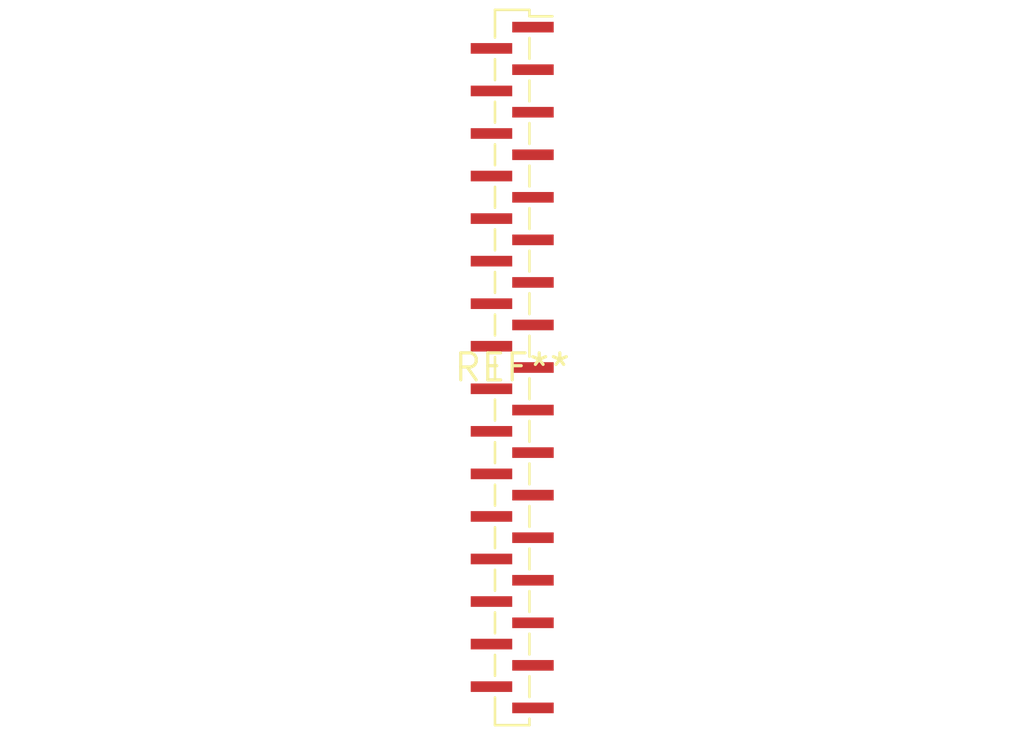
<source format=kicad_pcb>
(kicad_pcb (version 20240108) (generator pcbnew)
  (layers (0 "F.Cu" signal) (31 "B.Cu" signal) (34 "B.Paste" user) (35 "F.Paste" user) (36 "B.SilkS" user "B.Silkscreen") (37 "F.SilkS" user "F.Silkscreen") (38 "B.Mask" user) (39 "F.Mask" user) (44 "Edge.Cuts" user))
  (net 0 "")
  (footprint "PinSocket_1x33_P1.00mm_Vertical_SMD_Pin1Right" (layer "F.Cu") (at 0 0)
    (property "Reference" "REF**")
    (property "Value" "PinSocket_1x33_P1.00mm_Vertical_SMD_Pin1Right")
    (fp_line (start -0.81 -16.81) (end -0.81 -15.51) (layer "F.SilkS") (stroke (width 0.12)))
    (fp_line (start -0.81 -16.81) (end 0.81 -16.81) (layer "F.SilkS") (stroke (width 0.12)))
    (fp_line (start -0.81 -14.49) (end -0.81 -13.51) (layer "F.SilkS") (stroke (width 0.12)))
    (fp_line (start -0.81 -12.49) (end -0.81 -11.51) (layer "F.SilkS") (stroke (width 0.12)))
    (fp_line (start -0.81 -10.49) (end -0.81 -9.51) (layer "F.SilkS") (stroke (width 0.12)))
    (fp_line (start -0.81 -8.49) (end -0.81 -7.51) (layer "F.SilkS") (stroke (width 0.12)))
    (fp_line (start -0.81 -6.49) (end -0.81 -5.51) (layer "F.SilkS") (stroke (width 0.12)))
    (fp_line (start -0.81 -4.49) (end -0.81 -3.51) (layer "F.SilkS") (stroke (width 0.12)))
    (fp_line (start -0.81 -2.49) (end -0.81 -1.51) (layer "F.SilkS") (stroke (width 0.12)))
    (fp_line (start -0.81 -0.49) (end -0.81 0.49) (layer "F.SilkS") (stroke (width 0.12)))
    (fp_line (start -0.81 1.51) (end -0.81 2.49) (layer "F.SilkS") (stroke (width 0.12)))
    (fp_line (start -0.81 3.51) (end -0.81 4.49) (layer "F.SilkS") (stroke (width 0.12)))
    (fp_line (start -0.81 5.51) (end -0.81 6.49) (layer "F.SilkS") (stroke (width 0.12)))
    (fp_line (start -0.81 7.51) (end -0.81 8.49) (layer "F.SilkS") (stroke (width 0.12)))
    (fp_line (start -0.81 9.51) (end -0.81 10.49) (layer "F.SilkS") (stroke (width 0.12)))
    (fp_line (start -0.81 11.51) (end -0.81 12.49) (layer "F.SilkS") (stroke (width 0.12)))
    (fp_line (start -0.81 13.51) (end -0.81 14.49) (layer "F.SilkS") (stroke (width 0.12)))
    (fp_line (start -0.81 15.51) (end -0.81 16.81) (layer "F.SilkS") (stroke (width 0.12)))
    (fp_line (start -0.81 16.81) (end 0.81 16.81) (layer "F.SilkS") (stroke (width 0.12)))
    (fp_line (start 0.81 -16.81) (end 0.81 -16.51) (layer "F.SilkS") (stroke (width 0.12)))
    (fp_line (start 0.81 -16.51) (end 1.89 -16.51) (layer "F.SilkS") (stroke (width 0.12)))
    (fp_line (start 0.81 -15.49) (end 0.81 -14.51) (layer "F.SilkS") (stroke (width 0.12)))
    (fp_line (start 0.81 -13.49) (end 0.81 -12.51) (layer "F.SilkS") (stroke (width 0.12)))
    (fp_line (start 0.81 -11.49) (end 0.81 -10.51) (layer "F.SilkS") (stroke (width 0.12)))
    (fp_line (start 0.81 -9.49) (end 0.81 -8.51) (layer "F.SilkS") (stroke (width 0.12)))
    (fp_line (start 0.81 -7.49) (end 0.81 -6.51) (layer "F.SilkS") (stroke (width 0.12)))
    (fp_line (start 0.81 -5.49) (end 0.81 -4.51) (layer "F.SilkS") (stroke (width 0.12)))
    (fp_line (start 0.81 -3.49) (end 0.81 -2.51) (layer "F.SilkS") (stroke (width 0.12)))
    (fp_line (start 0.81 -1.49) (end 0.81 -0.51) (layer "F.SilkS") (stroke (width 0.12)))
    (fp_line (start 0.81 0.51) (end 0.81 1.49) (layer "F.SilkS") (stroke (width 0.12)))
    (fp_line (start 0.81 2.51) (end 0.81 3.49) (layer "F.SilkS") (stroke (width 0.12)))
    (fp_line (start 0.81 4.51) (end 0.81 5.49) (layer "F.SilkS") (stroke (width 0.12)))
    (fp_line (start 0.81 6.51) (end 0.81 7.49) (layer "F.SilkS") (stroke (width 0.12)))
    (fp_line (start 0.81 8.51) (end 0.81 9.49) (layer "F.SilkS") (stroke (width 0.12)))
    (fp_line (start 0.81 10.51) (end 0.81 11.49) (layer "F.SilkS") (stroke (width 0.12)))
    (fp_line (start 0.81 12.51) (end 0.81 13.49) (layer "F.SilkS") (stroke (width 0.12)))
    (fp_line (start 0.81 14.51) (end 0.81 15.49) (layer "F.SilkS") (stroke (width 0.12)))
    (fp_line (start 0.81 16.51) (end 0.81 16.81) (layer "F.SilkS") (stroke (width 0.12)))
    (pad "1" smd rect (at 0.975 -16) (size 1.95 0.5) (layers "F.Cu" "F.Paste" "F.Mask"))
    (pad "2" smd rect (at -0.975 -15) (size 1.95 0.5) (layers "F.Cu" "F.Paste" "F.Mask"))
    (pad "3" smd rect (at 0.975 -14) (size 1.95 0.5) (layers "F.Cu" "F.Paste" "F.Mask"))
    (pad "4" smd rect (at -0.975 -13) (size 1.95 0.5) (layers "F.Cu" "F.Paste" "F.Mask"))
    (pad "5" smd rect (at 0.975 -12) (size 1.95 0.5) (layers "F.Cu" "F.Paste" "F.Mask"))
    (pad "6" smd rect (at -0.975 -11) (size 1.95 0.5) (layers "F.Cu" "F.Paste" "F.Mask"))
    (pad "7" smd rect (at 0.975 -10) (size 1.95 0.5) (layers "F.Cu" "F.Paste" "F.Mask"))
    (pad "8" smd rect (at -0.975 -9) (size 1.95 0.5) (layers "F.Cu" "F.Paste" "F.Mask"))
    (pad "9" smd rect (at 0.975 -8) (size 1.95 0.5) (layers "F.Cu" "F.Paste" "F.Mask"))
    (pad "10" smd rect (at -0.975 -7) (size 1.95 0.5) (layers "F.Cu" "F.Paste" "F.Mask"))
    (pad "11" smd rect (at 0.975 -6) (size 1.95 0.5) (layers "F.Cu" "F.Paste" "F.Mask"))
    (pad "12" smd rect (at -0.975 -5) (size 1.95 0.5) (layers "F.Cu" "F.Paste" "F.Mask"))
    (pad "13" smd rect (at 0.975 -4) (size 1.95 0.5) (layers "F.Cu" "F.Paste" "F.Mask"))
    (pad "14" smd rect (at -0.975 -3) (size 1.95 0.5) (layers "F.Cu" "F.Paste" "F.Mask"))
    (pad "15" smd rect (at 0.975 -2) (size 1.95 0.5) (layers "F.Cu" "F.Paste" "F.Mask"))
    (pad "16" smd rect (at -0.975 -1) (size 1.95 0.5) (layers "F.Cu" "F.Paste" "F.Mask"))
    (pad "17" smd rect (at 0.975 0) (size 1.95 0.5) (layers "F.Cu" "F.Paste" "F.Mask"))
    (pad "18" smd rect (at -0.975 1) (size 1.95 0.5) (layers "F.Cu" "F.Paste" "F.Mask"))
    (pad "19" smd rect (at 0.975 2) (size 1.95 0.5) (layers "F.Cu" "F.Paste" "F.Mask"))
    (pad "20" smd rect (at -0.975 3) (size 1.95 0.5) (layers "F.Cu" "F.Paste" "F.Mask"))
    (pad "21" smd rect (at 0.975 4) (size 1.95 0.5) (layers "F.Cu" "F.Paste" "F.Mask"))
    (pad "22" smd rect (at -0.975 5) (size 1.95 0.5) (layers "F.Cu" "F.Paste" "F.Mask"))
    (pad "23" smd rect (at 0.975 6) (size 1.95 0.5) (layers "F.Cu" "F.Paste" "F.Mask"))
    (pad "24" smd rect (at -0.975 7) (size 1.95 0.5) (layers "F.Cu" "F.Paste" "F.Mask"))
    (pad "25" smd rect (at 0.975 8) (size 1.95 0.5) (layers "F.Cu" "F.Paste" "F.Mask"))
    (pad "26" smd rect (at -0.975 9) (size 1.95 0.5) (layers "F.Cu" "F.Paste" "F.Mask"))
    (pad "27" smd rect (at 0.975 10) (size 1.95 0.5) (layers "F.Cu" "F.Paste" "F.Mask"))
    (pad "28" smd rect (at -0.975 11) (size 1.95 0.5) (layers "F.Cu" "F.Paste" "F.Mask"))
    (pad "29" smd rect (at 0.975 12) (size 1.95 0.5) (layers "F.Cu" "F.Paste" "F.Mask"))
    (pad "30" smd rect (at -0.975 13) (size 1.95 0.5) (layers "F.Cu" "F.Paste" "F.Mask"))
    (pad "31" smd rect (at 0.975 14) (size 1.95 0.5) (layers "F.Cu" "F.Paste" "F.Mask"))
    (pad "32" smd rect (at -0.975 15) (size 1.95 0.5) (layers "F.Cu" "F.Paste" "F.Mask"))
    (pad "33" smd rect (at 0.975 16) (size 1.95 0.5) (layers "F.Cu" "F.Paste" "F.Mask"))
  )
)
</source>
